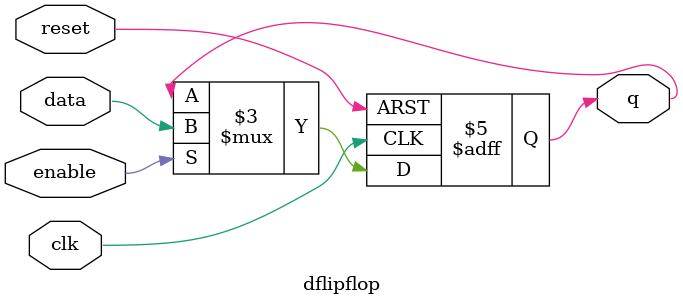
<source format=v>
 module dflipflop (q, data, clk, reset, enable);
 input data , clk, reset, enable; 
 output  reg q; 
 
 always @ ( posedge clk or negedge reset) 
  if (~reset) begin 
 q <= 1'b0; 
         end 
 else if (enable) begin 
  q <= data; 
       end
 endmodule
</source>
